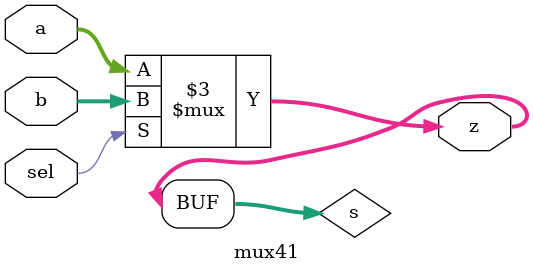
<source format=v>
module mux41 (z, a, b, sel);
input sel;
input [3:0] a, b;
output [3:0] z;

reg [3:0] s;

assign z = s;

always @(a, b, sel)
begin
    if (sel) s = b;
    else          s = a; 
end
endmodule

</source>
